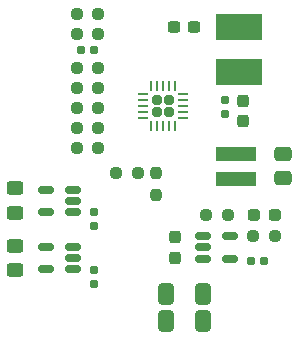
<source format=gbr>
%TF.GenerationSoftware,KiCad,Pcbnew,7.0.5*%
%TF.CreationDate,2023-06-07T18:34:11-04:00*%
%TF.ProjectId,PWR,5057522e-6b69-4636-9164-5f7063625858,rev?*%
%TF.SameCoordinates,Original*%
%TF.FileFunction,Paste,Top*%
%TF.FilePolarity,Positive*%
%FSLAX46Y46*%
G04 Gerber Fmt 4.6, Leading zero omitted, Abs format (unit mm)*
G04 Created by KiCad (PCBNEW 7.0.5) date 2023-06-07 18:34:11*
%MOMM*%
%LPD*%
G01*
G04 APERTURE LIST*
G04 Aperture macros list*
%AMRoundRect*
0 Rectangle with rounded corners*
0 $1 Rounding radius*
0 $2 $3 $4 $5 $6 $7 $8 $9 X,Y pos of 4 corners*
0 Add a 4 corners polygon primitive as box body*
4,1,4,$2,$3,$4,$5,$6,$7,$8,$9,$2,$3,0*
0 Add four circle primitives for the rounded corners*
1,1,$1+$1,$2,$3*
1,1,$1+$1,$4,$5*
1,1,$1+$1,$6,$7*
1,1,$1+$1,$8,$9*
0 Add four rect primitives between the rounded corners*
20,1,$1+$1,$2,$3,$4,$5,0*
20,1,$1+$1,$4,$5,$6,$7,0*
20,1,$1+$1,$6,$7,$8,$9,0*
20,1,$1+$1,$8,$9,$2,$3,0*%
G04 Aperture macros list end*
%ADD10RoundRect,0.237500X0.250000X0.237500X-0.250000X0.237500X-0.250000X-0.237500X0.250000X-0.237500X0*%
%ADD11RoundRect,0.237500X0.237500X-0.300000X0.237500X0.300000X-0.237500X0.300000X-0.237500X-0.300000X0*%
%ADD12RoundRect,0.150000X0.512500X0.150000X-0.512500X0.150000X-0.512500X-0.150000X0.512500X-0.150000X0*%
%ADD13RoundRect,0.155000X-0.212500X-0.155000X0.212500X-0.155000X0.212500X0.155000X-0.212500X0.155000X0*%
%ADD14RoundRect,0.237500X-0.250000X-0.237500X0.250000X-0.237500X0.250000X0.237500X-0.250000X0.237500X0*%
%ADD15RoundRect,0.250000X0.412500X0.650000X-0.412500X0.650000X-0.412500X-0.650000X0.412500X-0.650000X0*%
%ADD16R,3.900000X2.200000*%
%ADD17RoundRect,0.237500X0.237500X-0.250000X0.237500X0.250000X-0.237500X0.250000X-0.237500X-0.250000X0*%
%ADD18RoundRect,0.155000X-0.155000X0.212500X-0.155000X-0.212500X0.155000X-0.212500X0.155000X0.212500X0*%
%ADD19RoundRect,0.202500X-0.202500X0.202500X-0.202500X-0.202500X0.202500X-0.202500X0.202500X0.202500X0*%
%ADD20RoundRect,0.062500X-0.062500X0.375000X-0.062500X-0.375000X0.062500X-0.375000X0.062500X0.375000X0*%
%ADD21RoundRect,0.062500X-0.375000X0.062500X-0.375000X-0.062500X0.375000X-0.062500X0.375000X0.062500X0*%
%ADD22RoundRect,0.237500X-0.237500X0.300000X-0.237500X-0.300000X0.237500X-0.300000X0.237500X0.300000X0*%
%ADD23RoundRect,0.250000X0.450000X-0.325000X0.450000X0.325000X-0.450000X0.325000X-0.450000X-0.325000X0*%
%ADD24R,3.400000X1.300000*%
%ADD25RoundRect,0.150000X-0.512500X-0.150000X0.512500X-0.150000X0.512500X0.150000X-0.512500X0.150000X0*%
%ADD26RoundRect,0.237500X-0.287500X-0.237500X0.287500X-0.237500X0.287500X0.237500X-0.287500X0.237500X0*%
%ADD27RoundRect,0.250000X0.475000X-0.337500X0.475000X0.337500X-0.475000X0.337500X-0.475000X-0.337500X0*%
%ADD28RoundRect,0.155000X0.212500X0.155000X-0.212500X0.155000X-0.212500X-0.155000X0.212500X-0.155000X0*%
%ADD29RoundRect,0.237500X0.300000X0.237500X-0.300000X0.237500X-0.300000X-0.237500X0.300000X-0.237500X0*%
G04 APERTURE END LIST*
D10*
%TO.C,R15*%
X158442500Y-101440000D03*
X156617500Y-101440000D03*
%TD*%
D11*
%TO.C,C4*%
X150030000Y-103252500D03*
X150030000Y-101527500D03*
%TD*%
D12*
%TO.C,U1*%
X141367500Y-99402500D03*
X141367500Y-98452500D03*
X141367500Y-97502500D03*
X139092500Y-97502500D03*
X139092500Y-99402500D03*
%TD*%
D13*
%TO.C,C13*%
X156392500Y-103590000D03*
X157527500Y-103590000D03*
%TD*%
D14*
%TO.C,R13*%
X141683220Y-82594280D03*
X143508220Y-82594280D03*
%TD*%
D10*
%TO.C,R16*%
X154442500Y-99630000D03*
X152617500Y-99630000D03*
%TD*%
D15*
%TO.C,C5*%
X152362500Y-106300000D03*
X149237500Y-106300000D03*
%TD*%
D14*
%TO.C,R12*%
X141683220Y-84294280D03*
X143508220Y-84294280D03*
%TD*%
D16*
%TO.C,L2*%
X155420000Y-83740000D03*
X155420000Y-87540000D03*
%TD*%
D17*
%TO.C,R11*%
X148420000Y-97952500D03*
X148420000Y-96127500D03*
%TD*%
D18*
%TO.C,C11*%
X143130000Y-104322500D03*
X143130000Y-105457500D03*
%TD*%
D19*
%TO.C,U2*%
X149495720Y-89944280D03*
X148495720Y-89944280D03*
X149495720Y-90944280D03*
X148495720Y-90944280D03*
D20*
X149995720Y-88756780D03*
X149495720Y-88756780D03*
X148995720Y-88756780D03*
X148495720Y-88756780D03*
X147995720Y-88756780D03*
D21*
X147308220Y-89444280D03*
X147308220Y-89944280D03*
X147308220Y-90444280D03*
X147308220Y-90944280D03*
X147308220Y-91444280D03*
D20*
X147995720Y-92131780D03*
X148495720Y-92131780D03*
X148995720Y-92131780D03*
X149495720Y-92131780D03*
X149995720Y-92131780D03*
D21*
X150683220Y-91444280D03*
X150683220Y-90944280D03*
X150683220Y-90444280D03*
X150683220Y-89944280D03*
X150683220Y-89444280D03*
%TD*%
D22*
%TO.C,C3*%
X155755720Y-89981780D03*
X155755720Y-91706780D03*
%TD*%
D14*
%TO.C,R10*%
X141683220Y-92254280D03*
X143508220Y-92254280D03*
%TD*%
D23*
%TO.C,C10*%
X136480000Y-99455000D03*
X136480000Y-97405000D03*
%TD*%
D14*
%TO.C,R14*%
X141683220Y-93954280D03*
X143508220Y-93954280D03*
%TD*%
D24*
%TO.C,L1*%
X155170000Y-94464280D03*
X155170000Y-96564280D03*
%TD*%
D18*
%TO.C,C2*%
X154245720Y-89926780D03*
X154245720Y-91061780D03*
%TD*%
D25*
%TO.C,U4*%
X152392500Y-101440000D03*
X152392500Y-102390000D03*
X152392500Y-103340000D03*
X154667500Y-103340000D03*
X154667500Y-101440000D03*
%TD*%
D26*
%TO.C,D1*%
X156700000Y-99660000D03*
X158450000Y-99660000D03*
%TD*%
D14*
%TO.C,R9*%
X141687500Y-87200000D03*
X143512500Y-87200000D03*
%TD*%
D18*
%TO.C,C9*%
X143110000Y-99432500D03*
X143110000Y-100567500D03*
%TD*%
D27*
%TO.C,C6*%
X159145720Y-96551780D03*
X159145720Y-94476780D03*
%TD*%
D23*
%TO.C,C12*%
X136480000Y-104305000D03*
X136480000Y-102255000D03*
%TD*%
D15*
%TO.C,C1*%
X152362500Y-108650000D03*
X149237500Y-108650000D03*
%TD*%
D10*
%TO.C,R6*%
X143502500Y-88890000D03*
X141677500Y-88890000D03*
%TD*%
D28*
%TO.C,C8*%
X143163220Y-85724280D03*
X142028220Y-85724280D03*
%TD*%
D29*
%TO.C,C7*%
X151632500Y-83720000D03*
X149907500Y-83720000D03*
%TD*%
D14*
%TO.C,R7*%
X141683220Y-90554280D03*
X143508220Y-90554280D03*
%TD*%
D12*
%TO.C,U3*%
X141367500Y-104252500D03*
X141367500Y-103302500D03*
X141367500Y-102352500D03*
X139092500Y-102352500D03*
X139092500Y-104252500D03*
%TD*%
D10*
%TO.C,R8*%
X146852500Y-96110000D03*
X145027500Y-96110000D03*
%TD*%
M02*

</source>
